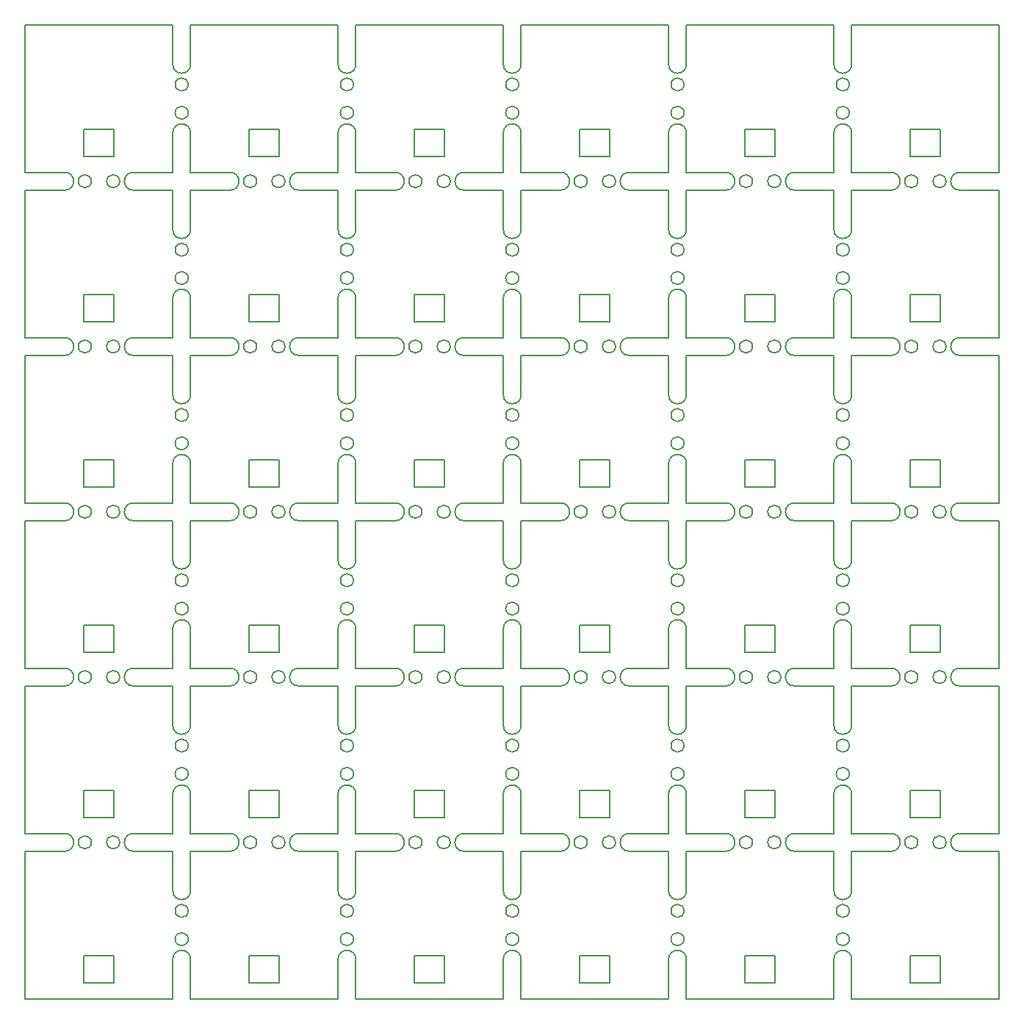
<source format=gbr>
%TF.GenerationSoftware,KiCad,Pcbnew,(5.99.0-2043-g129c16cf7)*%
%TF.CreationDate,2020-07-21T11:43:29+02:00*%
%TF.ProjectId,plate_6x6,706c6174-655f-4367-9836-2e6b69636164,rev?*%
%TF.SameCoordinates,Original*%
%TF.FileFunction,Profile,NP*%
%FSLAX46Y46*%
G04 Gerber Fmt 4.6, Leading zero omitted, Abs format (unit mm)*
G04 Created by KiCad (PCBNEW (5.99.0-2043-g129c16cf7)) date 2020-07-21 11:43:29*
%MOMM*%
%LPD*%
G01*
G04 APERTURE LIST*
%TA.AperFunction,Profile*%
%ADD10C,0.200000*%
%TD*%
G04 APERTURE END LIST*
D10*
X152615110Y-131055000D02*
G75*
G03*
X152615110Y-131055000I-750000J0D01*
G01*
X130298889Y-131055000D02*
G75*
G03*
X130298889Y-131055000I-750000J0D01*
G01*
X222482000Y-110980000D02*
G75*
G02*
X222482000Y-113030000I0J-1025000D01*
G01*
X192282000Y-113030000D02*
G75*
G02*
X192282000Y-110980000I0J1025000D01*
G01*
X228815110Y-92955000D02*
G75*
G03*
X228815110Y-92955000I-750000J0D01*
G01*
X146282000Y-110980000D02*
G75*
G02*
X146282000Y-113030000I0J-1025000D01*
G01*
X152615110Y-112005000D02*
G75*
G03*
X152615110Y-112005000I-750000J0D01*
G01*
X130298889Y-112005000D02*
G75*
G03*
X130298889Y-112005000I-750000J0D01*
G01*
X203432000Y-91930000D02*
G75*
G02*
X203432000Y-93980000I0J-1025000D01*
G01*
X154182000Y-113030000D02*
G75*
G02*
X154182000Y-110980000I0J1025000D01*
G01*
X149348889Y-112005000D02*
G75*
G03*
X149348889Y-112005000I-750000J0D01*
G01*
X127231999Y-130030000D02*
G75*
G02*
X127231999Y-132080000I0J-1025000D01*
G01*
X165332000Y-130030000D02*
G75*
G02*
X165332000Y-132080000I0J-1025000D01*
G01*
X133565110Y-131055000D02*
G75*
G03*
X133565110Y-131055000I-750000J0D01*
G01*
X135132000Y-132080000D02*
G75*
G02*
X135132000Y-130030000I0J1025000D01*
G01*
X190715110Y-112005000D02*
G75*
G03*
X190715110Y-112005000I-750000J0D01*
G01*
X222482000Y-91930000D02*
G75*
G02*
X222482000Y-93980000I0J-1025000D01*
G01*
X225548889Y-92955000D02*
G75*
G03*
X225548889Y-92955000I-750000J0D01*
G01*
X230382000Y-113030000D02*
G75*
G02*
X230382000Y-110980000I0J1025000D01*
G01*
X228815110Y-112005000D02*
G75*
G03*
X228815110Y-112005000I-750000J0D01*
G01*
X225548889Y-131055000D02*
G75*
G03*
X225548889Y-131055000I-750000J0D01*
G01*
X206498889Y-131055000D02*
G75*
G03*
X206498889Y-131055000I-750000J0D01*
G01*
X184382000Y-130030000D02*
G75*
G02*
X184382000Y-132080000I0J-1025000D01*
G01*
X206498889Y-112005000D02*
G75*
G03*
X206498889Y-112005000I-750000J0D01*
G01*
X206498889Y-92955000D02*
G75*
G03*
X206498889Y-92955000I-750000J0D01*
G01*
X171665110Y-131055000D02*
G75*
G03*
X171665110Y-131055000I-750000J0D01*
G01*
X230382000Y-93980000D02*
G75*
G02*
X230382000Y-91930000I0J1025000D01*
G01*
X225548889Y-112005000D02*
G75*
G03*
X225548889Y-112005000I-750000J0D01*
G01*
X168398889Y-131055000D02*
G75*
G03*
X168398889Y-131055000I-750000J0D01*
G01*
X146282000Y-130030000D02*
G75*
G02*
X146282000Y-132080000I0J-1025000D01*
G01*
X211332000Y-93980000D02*
G75*
G02*
X211332000Y-91930000I0J1025000D01*
G01*
X230382000Y-132080000D02*
G75*
G02*
X230382000Y-130030000I0J1025000D01*
G01*
X203432000Y-130030000D02*
G75*
G02*
X203432000Y-132080000I0J-1025000D01*
G01*
X190715110Y-131055000D02*
G75*
G03*
X190715110Y-131055000I-750000J0D01*
G01*
X187448889Y-112005000D02*
G75*
G03*
X187448889Y-112005000I-750000J0D01*
G01*
X211332000Y-113030000D02*
G75*
G02*
X211332000Y-110980000I0J1025000D01*
G01*
X173232000Y-113030000D02*
G75*
G02*
X173232000Y-110980000I0J1025000D01*
G01*
X171665110Y-112005000D02*
G75*
G03*
X171665110Y-112005000I-750000J0D01*
G01*
X209765110Y-92955000D02*
G75*
G03*
X209765110Y-92955000I-750000J0D01*
G01*
X154182000Y-132080000D02*
G75*
G02*
X154182000Y-130030000I0J1025000D01*
G01*
X184382000Y-110980000D02*
G75*
G02*
X184382000Y-113030000I0J-1025000D01*
G01*
X133565110Y-112005000D02*
G75*
G03*
X133565110Y-112005000I-750000J0D01*
G01*
X222482000Y-130030000D02*
G75*
G02*
X222482000Y-132080000I0J-1025000D01*
G01*
X211332000Y-132080000D02*
G75*
G02*
X211332000Y-130030000I0J1025000D01*
G01*
X127231999Y-110980000D02*
G75*
G02*
X127231999Y-113030000I0J-1025000D01*
G01*
X228815110Y-131055000D02*
G75*
G03*
X228815110Y-131055000I-750000J0D01*
G01*
X209765110Y-131055000D02*
G75*
G03*
X209765110Y-131055000I-750000J0D01*
G01*
X187448889Y-131055000D02*
G75*
G03*
X187448889Y-131055000I-750000J0D01*
G01*
X192282000Y-132080000D02*
G75*
G02*
X192282000Y-130030000I0J1025000D01*
G01*
X173232000Y-132080000D02*
G75*
G02*
X173232000Y-130030000I0J1025000D01*
G01*
X149348889Y-131055000D02*
G75*
G03*
X149348889Y-131055000I-750000J0D01*
G01*
X203432000Y-110980000D02*
G75*
G02*
X203432000Y-113030000I0J-1025000D01*
G01*
X135132000Y-113030000D02*
G75*
G02*
X135132000Y-110980000I0J1025000D01*
G01*
X165332000Y-110980000D02*
G75*
G02*
X165332000Y-113030000I0J-1025000D01*
G01*
X209765110Y-112005000D02*
G75*
G03*
X209765110Y-112005000I-750000J0D01*
G01*
X168398889Y-112005000D02*
G75*
G03*
X168398889Y-112005000I-750000J0D01*
G01*
X154182000Y-93980000D02*
G75*
G02*
X154182000Y-91930000I0J1025000D01*
G01*
X146282000Y-91930000D02*
G75*
G02*
X146282000Y-93980000I0J-1025000D01*
G01*
X135132000Y-74930000D02*
G75*
G02*
X135132000Y-72880000I0J1025000D01*
G01*
X187448889Y-92955000D02*
G75*
G03*
X187448889Y-92955000I-750000J0D01*
G01*
X192282000Y-55879998D02*
G75*
G02*
X192282000Y-53830000I0J1024999D01*
G01*
X171665110Y-54854999D02*
G75*
G03*
X171665110Y-54854999I-750000J0D01*
G01*
X211332000Y-74930000D02*
G75*
G02*
X211332000Y-72880000I0J1025000D01*
G01*
X209765110Y-54854999D02*
G75*
G03*
X209765110Y-54854999I-750000J0D01*
G01*
X192282000Y-93980000D02*
G75*
G02*
X192282000Y-91930000I0J1025000D01*
G01*
X190715110Y-92955000D02*
G75*
G03*
X190715110Y-92955000I-750000J0D01*
G01*
X165332000Y-91930000D02*
G75*
G02*
X165332000Y-93980000I0J-1025000D01*
G01*
X168398889Y-92955000D02*
G75*
G03*
X168398889Y-92955000I-750000J0D01*
G01*
X133565110Y-73905000D02*
G75*
G03*
X133565110Y-73905000I-750000J0D01*
G01*
X127231999Y-72880001D02*
G75*
G02*
X127231999Y-74929999I0J-1024999D01*
G01*
X146282000Y-72880001D02*
G75*
G02*
X146282000Y-74929999I0J-1024999D01*
G01*
X173232000Y-93980000D02*
G75*
G02*
X173232000Y-91930000I0J1025000D01*
G01*
X149348889Y-92955000D02*
G75*
G03*
X149348889Y-92955000I-750000J0D01*
G01*
X187448889Y-54854999D02*
G75*
G03*
X187448889Y-54854999I-750000J0D01*
G01*
X217657000Y-142213110D02*
G75*
G03*
X217657000Y-142213110I-750000J0D01*
G01*
X217657000Y-138946889D02*
G75*
G03*
X217657000Y-138946889I-750000J0D01*
G01*
X130298889Y-92955000D02*
G75*
G03*
X130298889Y-92955000I-750000J0D01*
G01*
X135132000Y-93980000D02*
G75*
G02*
X135132000Y-91930000I0J1025000D01*
G01*
X222482000Y-72880001D02*
G75*
G02*
X222482000Y-74929999I0J-1024999D01*
G01*
X230382000Y-74930000D02*
G75*
G02*
X230382000Y-72880000I0J1025000D01*
G01*
X228815110Y-73905000D02*
G75*
G03*
X228815110Y-73905000I-750000J0D01*
G01*
X203432000Y-72880001D02*
G75*
G02*
X203432000Y-74929999I0J-1024999D01*
G01*
X165332000Y-53829999D02*
G75*
G02*
X165332000Y-55879999I0J-1025000D01*
G01*
X184382000Y-72880001D02*
G75*
G02*
X184382000Y-74929999I0J-1024999D01*
G01*
X154182000Y-74930000D02*
G75*
G02*
X154182000Y-72880000I0J1025000D01*
G01*
X203432000Y-53829999D02*
G75*
G02*
X203432000Y-55879999I0J-1025000D01*
G01*
X168398889Y-54854999D02*
G75*
G03*
X168398889Y-54854999I-750000J0D01*
G01*
X228815110Y-54854999D02*
G75*
G03*
X228815110Y-54854999I-750000J0D01*
G01*
X206498889Y-54854999D02*
G75*
G03*
X206498889Y-54854999I-750000J0D01*
G01*
X211332000Y-55879998D02*
G75*
G02*
X211332000Y-53830000I0J1024999D01*
G01*
X165332000Y-72880001D02*
G75*
G02*
X165332000Y-74929999I0J-1024999D01*
G01*
X171665110Y-73905000D02*
G75*
G03*
X171665110Y-73905000I-750000J0D01*
G01*
X149348889Y-73905000D02*
G75*
G03*
X149348889Y-73905000I-750000J0D01*
G01*
X190715110Y-54854999D02*
G75*
G03*
X190715110Y-54854999I-750000J0D01*
G01*
X206498889Y-73905000D02*
G75*
G03*
X206498889Y-73905000I-750000J0D01*
G01*
X173232000Y-74930000D02*
G75*
G02*
X173232000Y-72880000I0J1025000D01*
G01*
X146282000Y-53829999D02*
G75*
G02*
X146282000Y-55879999I0J-1025000D01*
G01*
X225548889Y-54854999D02*
G75*
G03*
X225548889Y-54854999I-750000J0D01*
G01*
X152615110Y-54854999D02*
G75*
G03*
X152615110Y-54854999I-750000J0D01*
G01*
X168398889Y-73905000D02*
G75*
G03*
X168398889Y-73905000I-750000J0D01*
G01*
X152615110Y-73905000D02*
G75*
G03*
X152615110Y-73905000I-750000J0D01*
G01*
X192282000Y-74930000D02*
G75*
G02*
X192282000Y-72880000I0J1025000D01*
G01*
X184382000Y-53829999D02*
G75*
G02*
X184382000Y-55879999I0J-1025000D01*
G01*
X217932000Y-136630000D02*
G75*
G02*
X215882000Y-136630000I-1025000J0D01*
G01*
X130298889Y-73905000D02*
G75*
G03*
X130298889Y-73905000I-750000J0D01*
G01*
X152615110Y-92955000D02*
G75*
G03*
X152615110Y-92955000I-750000J0D01*
G01*
X154182000Y-55879998D02*
G75*
G02*
X154182000Y-53830000I0J1024999D01*
G01*
X187448889Y-73905000D02*
G75*
G03*
X187448889Y-73905000I-750000J0D01*
G01*
X133565110Y-92955000D02*
G75*
G03*
X133565110Y-92955000I-750000J0D01*
G01*
X225548889Y-73905000D02*
G75*
G03*
X225548889Y-73905000I-750000J0D01*
G01*
X149348889Y-54854999D02*
G75*
G03*
X149348889Y-54854999I-750000J0D01*
G01*
X173232000Y-55879998D02*
G75*
G02*
X173232000Y-53830000I0J1024999D01*
G01*
X230382000Y-55879998D02*
G75*
G02*
X230382000Y-53830000I0J1024999D01*
G01*
X215882000Y-144530000D02*
G75*
G02*
X217932000Y-144530000I1025000J0D01*
G01*
X190715110Y-73905000D02*
G75*
G03*
X190715110Y-73905000I-750000J0D01*
G01*
X222482000Y-53829999D02*
G75*
G02*
X222482000Y-55879999I0J-1025000D01*
G01*
X209765110Y-73905000D02*
G75*
G03*
X209765110Y-73905000I-750000J0D01*
G01*
X184382000Y-91930000D02*
G75*
G02*
X184382000Y-93980000I0J-1025000D01*
G01*
X127231999Y-91930000D02*
G75*
G02*
X127231999Y-93980000I0J-1025000D01*
G01*
X171665110Y-92955000D02*
G75*
G03*
X171665110Y-92955000I-750000J0D01*
G01*
X158732000Y-106430000D02*
G75*
G02*
X160782000Y-106430000I1025000J0D01*
G01*
X217657000Y-81796889D02*
G75*
G03*
X217657000Y-81796889I-750000J0D01*
G01*
X179557000Y-142213110D02*
G75*
G03*
X179557000Y-142213110I-750000J0D01*
G01*
X160782000Y-136630000D02*
G75*
G02*
X158732000Y-136630000I-1025000J0D01*
G01*
X198607000Y-119896889D02*
G75*
G03*
X198607000Y-119896889I-750000J0D01*
G01*
X215882000Y-106430000D02*
G75*
G02*
X217932000Y-106430000I1025000J0D01*
G01*
X198607000Y-104113110D02*
G75*
G03*
X198607000Y-104113110I-750000J0D01*
G01*
X217932000Y-98530000D02*
G75*
G02*
X215882000Y-98530000I-1025000J0D01*
G01*
X179832000Y-98530000D02*
G75*
G02*
X177782000Y-98530000I-1025000J0D01*
G01*
X160507000Y-138946889D02*
G75*
G03*
X160507000Y-138946889I-750000J0D01*
G01*
X141457000Y-138946889D02*
G75*
G03*
X141457000Y-138946889I-750000J0D01*
G01*
X141732000Y-136630000D02*
G75*
G02*
X139682000Y-136630000I-1025000J0D01*
G01*
X179557000Y-123163110D02*
G75*
G03*
X179557000Y-123163110I-750000J0D01*
G01*
X160782000Y-117580000D02*
G75*
G02*
X158732000Y-117580000I-1025000J0D01*
G01*
X141732000Y-117580000D02*
G75*
G02*
X139682000Y-117580000I-1025000J0D01*
G01*
X217657000Y-104113110D02*
G75*
G03*
X217657000Y-104113110I-750000J0D01*
G01*
X196832000Y-125480000D02*
G75*
G02*
X198882000Y-125480000I1025000J0D01*
G01*
X217657000Y-100846889D02*
G75*
G03*
X217657000Y-100846889I-750000J0D01*
G01*
X196832000Y-144530000D02*
G75*
G02*
X198882000Y-144530000I1025000J0D01*
G01*
X179832000Y-136630000D02*
G75*
G02*
X177782000Y-136630000I-1025000J0D01*
G01*
X141457000Y-142213110D02*
G75*
G03*
X141457000Y-142213110I-750000J0D01*
G01*
X198607000Y-100846889D02*
G75*
G03*
X198607000Y-100846889I-750000J0D01*
G01*
X141457000Y-123163110D02*
G75*
G03*
X141457000Y-123163110I-750000J0D01*
G01*
X198882000Y-117580000D02*
G75*
G02*
X196832000Y-117580000I-1025000J0D01*
G01*
X217657000Y-85063110D02*
G75*
G03*
X217657000Y-85063110I-750000J0D01*
G01*
X141457000Y-104113110D02*
G75*
G03*
X141457000Y-104113110I-750000J0D01*
G01*
X196832000Y-87380000D02*
G75*
G02*
X198882000Y-87380000I1025000J0D01*
G01*
X198607000Y-81796889D02*
G75*
G03*
X198607000Y-81796889I-750000J0D01*
G01*
X198607000Y-123163110D02*
G75*
G03*
X198607000Y-123163110I-750000J0D01*
G01*
X217657000Y-119896889D02*
G75*
G03*
X217657000Y-119896889I-750000J0D01*
G01*
X160507000Y-142213110D02*
G75*
G03*
X160507000Y-142213110I-750000J0D01*
G01*
X215882000Y-125480000D02*
G75*
G02*
X217932000Y-125480000I1025000J0D01*
G01*
X177782000Y-106430000D02*
G75*
G02*
X179832000Y-106430000I1025000J0D01*
G01*
X179557000Y-104113110D02*
G75*
G03*
X179557000Y-104113110I-750000J0D01*
G01*
X198607000Y-142213110D02*
G75*
G03*
X198607000Y-142213110I-750000J0D01*
G01*
X139682000Y-125480000D02*
G75*
G02*
X141732000Y-125480000I1025000J0D01*
G01*
X196832000Y-106430000D02*
G75*
G02*
X198882000Y-106430000I1025000J0D01*
G01*
X198607000Y-138946889D02*
G75*
G03*
X198607000Y-138946889I-750000J0D01*
G01*
X217932000Y-117580000D02*
G75*
G02*
X215882000Y-117580000I-1025000J0D01*
G01*
X217657000Y-123163110D02*
G75*
G03*
X217657000Y-123163110I-750000J0D01*
G01*
X198882000Y-136630000D02*
G75*
G02*
X196832000Y-136630000I-1025000J0D01*
G01*
X158732000Y-144530000D02*
G75*
G02*
X160782000Y-144530000I1025000J0D01*
G01*
X160507000Y-119896889D02*
G75*
G03*
X160507000Y-119896889I-750000J0D01*
G01*
X141457000Y-119896889D02*
G75*
G03*
X141457000Y-119896889I-750000J0D01*
G01*
X158732000Y-125480000D02*
G75*
G02*
X160782000Y-125480000I1025000J0D01*
G01*
X179557000Y-138946889D02*
G75*
G03*
X179557000Y-138946889I-750000J0D01*
G01*
X177782000Y-144530000D02*
G75*
G02*
X179832000Y-144530000I1025000J0D01*
G01*
X179557000Y-119896889D02*
G75*
G03*
X179557000Y-119896889I-750000J0D01*
G01*
X217932000Y-79480000D02*
G75*
G02*
X215882000Y-79480000I-1025000J0D01*
G01*
X139682000Y-144530000D02*
G75*
G02*
X141732000Y-144530000I1025000J0D01*
G01*
X179832000Y-117580000D02*
G75*
G02*
X177782000Y-117580000I-1025000J0D01*
G01*
X160507000Y-100846889D02*
G75*
G03*
X160507000Y-100846889I-750000J0D01*
G01*
X198882000Y-98530000D02*
G75*
G02*
X196832000Y-98530000I-1025000J0D01*
G01*
X179557000Y-100846889D02*
G75*
G03*
X179557000Y-100846889I-750000J0D01*
G01*
X160507000Y-104113110D02*
G75*
G03*
X160507000Y-104113110I-750000J0D01*
G01*
X160782000Y-98530000D02*
G75*
G02*
X158732000Y-98530000I-1025000J0D01*
G01*
X198882000Y-79480000D02*
G75*
G02*
X196832000Y-79480000I-1025000J0D01*
G01*
X139682000Y-106430000D02*
G75*
G02*
X141732000Y-106430000I1025000J0D01*
G01*
X141457000Y-100846889D02*
G75*
G03*
X141457000Y-100846889I-750000J0D01*
G01*
X198607000Y-85063110D02*
G75*
G03*
X198607000Y-85063110I-750000J0D01*
G01*
X141732000Y-98530000D02*
G75*
G02*
X139682000Y-98530000I-1025000J0D01*
G01*
X215882000Y-87380000D02*
G75*
G02*
X217932000Y-87380000I1025000J0D01*
G01*
X177782000Y-125480000D02*
G75*
G02*
X179832000Y-125480000I1025000J0D01*
G01*
X160507000Y-123163110D02*
G75*
G03*
X160507000Y-123163110I-750000J0D01*
G01*
X177782000Y-87380000D02*
G75*
G02*
X179832000Y-87380000I1025000J0D01*
G01*
X179557000Y-85063110D02*
G75*
G03*
X179557000Y-85063110I-750000J0D01*
G01*
X179557000Y-81796889D02*
G75*
G03*
X179557000Y-81796889I-750000J0D01*
G01*
X160507000Y-81796889D02*
G75*
G03*
X160507000Y-81796889I-750000J0D01*
G01*
X179832000Y-79480000D02*
G75*
G02*
X177782000Y-79480000I-1025000J0D01*
G01*
X158732000Y-87380000D02*
G75*
G02*
X160782000Y-87380000I1025000J0D01*
G01*
X133565110Y-54854999D02*
G75*
G03*
X133565110Y-54854999I-750000J0D01*
G01*
X217932000Y-136630000D02*
X217932000Y-132080000D01*
X141457000Y-85063110D02*
G75*
G03*
X141457000Y-85063110I-750000J0D01*
G01*
X127231999Y-53829999D02*
G75*
G02*
X127231999Y-55879999I0J-1025000D01*
G01*
X160507000Y-85063110D02*
G75*
G03*
X160507000Y-85063110I-750000J0D01*
G01*
X217657000Y-46963111D02*
G75*
G03*
X217657000Y-46963111I-750000J0D01*
G01*
X215882000Y-68330000D02*
G75*
G02*
X217932000Y-68330000I1025000J0D01*
G01*
X141457000Y-66013110D02*
G75*
G03*
X141457000Y-66013110I-750000J0D01*
G01*
X177782000Y-49280000D02*
G75*
G02*
X179832000Y-49280000I1025000J0D01*
G01*
X160782000Y-79480000D02*
G75*
G02*
X158732000Y-79480000I-1025000J0D01*
G01*
X177782000Y-68330000D02*
G75*
G02*
X179832000Y-68330000I1025000J0D01*
G01*
X158732000Y-68330000D02*
G75*
G02*
X160782000Y-68330000I1025000J0D01*
G01*
X217657000Y-43696890D02*
G75*
G03*
X217657000Y-43696890I-750000J0D01*
G01*
X135132000Y-55879998D02*
G75*
G02*
X135132000Y-53830000I0J1024999D01*
G01*
X203432000Y-149080000D02*
X198882000Y-149080000D01*
X198882000Y-144530000D02*
X198882000Y-149080000D01*
X198882000Y-41380000D02*
G75*
G02*
X196832000Y-41380000I-1025000J0D01*
G01*
X139682000Y-87380000D02*
G75*
G02*
X141732000Y-87380000I1025000J0D01*
G01*
X217932000Y-60430000D02*
G75*
G02*
X215882000Y-60430000I-1025000J0D01*
G01*
X141732000Y-79480000D02*
G75*
G02*
X139682000Y-79480000I-1025000J0D01*
G01*
X198607000Y-66013110D02*
G75*
G03*
X198607000Y-66013110I-750000J0D01*
G01*
X198607000Y-62746889D02*
G75*
G03*
X198607000Y-62746889I-750000J0D01*
G01*
X230382000Y-149080000D02*
X234932000Y-149080000D01*
X160507000Y-66013110D02*
G75*
G03*
X160507000Y-66013110I-750000J0D01*
G01*
X179832000Y-60430000D02*
G75*
G02*
X177782000Y-60430000I-1025000J0D01*
G01*
X160507000Y-46963111D02*
G75*
G03*
X160507000Y-46963111I-750000J0D01*
G01*
X222482000Y-149080000D02*
X217932000Y-149080000D01*
X158732000Y-49280000D02*
G75*
G02*
X160782000Y-49280000I1025000J0D01*
G01*
X160507000Y-43696890D02*
G75*
G03*
X160507000Y-43696890I-750000J0D01*
G01*
X160782000Y-41380000D02*
G75*
G02*
X158732000Y-41380000I-1025000J0D01*
G01*
X196832000Y-68330000D02*
G75*
G02*
X198882000Y-68330000I1025000J0D01*
G01*
X179557000Y-66013110D02*
G75*
G03*
X179557000Y-66013110I-750000J0D01*
G01*
X160782000Y-60430000D02*
G75*
G02*
X158732000Y-60430000I-1025000J0D01*
G01*
X234932000Y-144530000D02*
X234932000Y-149080000D01*
X215882000Y-49280000D02*
G75*
G02*
X217932000Y-49280000I1025000J0D01*
G01*
X198607000Y-46963111D02*
G75*
G03*
X198607000Y-46963111I-750000J0D01*
G01*
X222482000Y-132080000D02*
X217932000Y-132080000D01*
X179557000Y-43696890D02*
G75*
G03*
X179557000Y-43696890I-750000J0D01*
G01*
X215882000Y-144530000D02*
X215882000Y-149080000D01*
X198607000Y-43696890D02*
G75*
G03*
X198607000Y-43696890I-750000J0D01*
G01*
X141732000Y-60430000D02*
G75*
G02*
X139682000Y-60430000I-1025000J0D01*
G01*
X160507000Y-62746889D02*
G75*
G03*
X160507000Y-62746889I-750000J0D01*
G01*
X130298889Y-54854999D02*
G75*
G03*
X130298889Y-54854999I-750000J0D01*
G01*
X198882000Y-136630000D02*
X198882000Y-132080000D01*
X217657000Y-62746889D02*
G75*
G03*
X217657000Y-62746889I-750000J0D01*
G01*
X179557000Y-62746889D02*
G75*
G03*
X179557000Y-62746889I-750000J0D01*
G01*
X230382000Y-132080000D02*
X234932000Y-132080000D01*
X141457000Y-81796889D02*
G75*
G03*
X141457000Y-81796889I-750000J0D01*
G01*
X217657000Y-66013110D02*
G75*
G03*
X217657000Y-66013110I-750000J0D01*
G01*
X198882000Y-60430000D02*
G75*
G02*
X196832000Y-60430000I-1025000J0D01*
G01*
X234932000Y-136630000D02*
X234932000Y-132080000D01*
X217932000Y-144530000D02*
X217932000Y-149080000D01*
X179832000Y-41380000D02*
G75*
G02*
X177782000Y-41380000I-1025000J0D01*
G01*
X211332000Y-149080000D02*
X215882000Y-149080000D01*
X139682000Y-68330000D02*
G75*
G02*
X141732000Y-68330000I1025000J0D01*
G01*
X179557000Y-46963111D02*
G75*
G03*
X179557000Y-46963111I-750000J0D01*
G01*
X141457000Y-62746889D02*
G75*
G03*
X141457000Y-62746889I-750000J0D01*
G01*
X217932000Y-41380000D02*
G75*
G02*
X215882000Y-41380000I-1025000J0D01*
G01*
X203432000Y-132080000D02*
X198882000Y-132080000D01*
X196832000Y-49280000D02*
G75*
G02*
X198882000Y-49280000I1025000J0D01*
G01*
X146281999Y-132080000D02*
X141731999Y-132080000D01*
X127231999Y-149080000D02*
X122682000Y-149080000D01*
X215882000Y-117580000D02*
X215882000Y-113030000D01*
X141732000Y-144530000D02*
X141732000Y-149080000D01*
X198882000Y-117580000D02*
X198882000Y-113030000D01*
X203432000Y-113030000D02*
X198882000Y-113030000D01*
X184382000Y-113030000D02*
X179832000Y-113030000D01*
X177782000Y-125480000D02*
X177782000Y-130030000D01*
X158732000Y-136630000D02*
X158732000Y-132080000D01*
X122682000Y-136630000D02*
X122682000Y-132080000D01*
X222482000Y-113030000D02*
X217932000Y-113030000D01*
X215882000Y-125480000D02*
X215882000Y-130030000D01*
X203432000Y-130030000D02*
X198882000Y-130030000D01*
X198882000Y-125480000D02*
X198882000Y-130030000D01*
X179832000Y-125480000D02*
X179832000Y-130030000D01*
X196832000Y-117580000D02*
X196832000Y-113030000D01*
X173232000Y-130030000D02*
X177782000Y-130030000D01*
X165332000Y-149080000D02*
X160782000Y-149080000D01*
X217932000Y-125480000D02*
X217932000Y-130030000D01*
X165332000Y-130030000D02*
X160782000Y-130030000D01*
X139682000Y-136630000D02*
X139681999Y-132080000D01*
X222482000Y-130030000D02*
X217932000Y-130030000D01*
X211332000Y-130030000D02*
X215882000Y-130030000D01*
X146282000Y-149080000D02*
X141732000Y-149080000D01*
X141732000Y-136630000D02*
X141732000Y-132080000D01*
X135132000Y-132080000D02*
X139682000Y-132080000D01*
X234932000Y-117580000D02*
X234932000Y-113030000D01*
X196832000Y-125480000D02*
X196832000Y-130030000D01*
X165332000Y-113030000D02*
X160782000Y-113030000D01*
X173232000Y-132080000D02*
X177782000Y-132080000D01*
X165332000Y-132080000D02*
X160782000Y-132080000D01*
X217932000Y-117580000D02*
X217932000Y-113030000D01*
X234932000Y-125480000D02*
X234932000Y-130030000D01*
X179832000Y-117580000D02*
X179832000Y-113030000D01*
X215882000Y-136630000D02*
X215882000Y-132080000D01*
X179832000Y-144530000D02*
X179832000Y-149080000D01*
X127231999Y-132080000D02*
X122682000Y-132080000D01*
X184382000Y-132080000D02*
X179832000Y-132080000D01*
X158732000Y-144530000D02*
X158732000Y-149080000D01*
X177782000Y-136630000D02*
X177782000Y-132080000D01*
X122682000Y-144530000D02*
X122682000Y-149080000D01*
X160782000Y-117580000D02*
X160782000Y-113030000D01*
X230382000Y-130030000D02*
X234932000Y-130030000D01*
X160782000Y-125480000D02*
X160782000Y-130030000D01*
X135132000Y-149080000D02*
X139682000Y-149080000D01*
X192282000Y-130030000D02*
X196832000Y-130030000D01*
X211332000Y-132080000D02*
X215882000Y-132080000D01*
X154182000Y-132080000D02*
X158732000Y-132080000D01*
X211332000Y-113030000D02*
X215882000Y-113030000D01*
X196832000Y-144530000D02*
X196832000Y-149080000D01*
X192282000Y-149080000D02*
X196832000Y-149080000D01*
X184382000Y-149080000D02*
X179832000Y-149080000D01*
X192282000Y-113030000D02*
X196832000Y-113030000D01*
X179832000Y-136630000D02*
X179832000Y-132080000D01*
X196832000Y-136630000D02*
X196832000Y-132080000D01*
X192282000Y-132080000D02*
X196832000Y-132080000D01*
X139682000Y-144530000D02*
X139682000Y-149080000D01*
X230382000Y-113030000D02*
X234932000Y-113030000D01*
X177782000Y-144530000D02*
X177782000Y-149080000D01*
X173232000Y-149080000D02*
X177782000Y-149080000D01*
X184382000Y-130030000D02*
X179832000Y-130030000D01*
X160782000Y-144530000D02*
X160782000Y-149080000D01*
X160782000Y-136630000D02*
X160782000Y-132080000D01*
X154182000Y-149080000D02*
X158732000Y-149080000D01*
X177782000Y-117580000D02*
X177782000Y-113030000D01*
X141732000Y-125480000D02*
X141732000Y-130030000D01*
X158732000Y-117580000D02*
X158732000Y-113030000D01*
X135132000Y-130030000D02*
X139682000Y-130030000D01*
X215882000Y-98530000D02*
X215882000Y-93980000D01*
X146282000Y-110980000D02*
X141732000Y-110980000D01*
X139682000Y-106430000D02*
X139682000Y-110980000D01*
X122682000Y-106430000D02*
X122682000Y-110980000D01*
X127231999Y-93980000D02*
X122682000Y-93980000D01*
X127231999Y-110980000D02*
X122682000Y-110980000D01*
X135132000Y-110980000D02*
X139682000Y-110980000D01*
X203432000Y-110980000D02*
X198882000Y-110980000D01*
X177782000Y-98530000D02*
X177782000Y-93980000D01*
X173232000Y-113030000D02*
X177782000Y-113030000D01*
X230382000Y-110980000D02*
X234932000Y-110980000D01*
X222482000Y-93980000D02*
X217932000Y-93980000D01*
X211332000Y-93980000D02*
X215882000Y-93980000D01*
X184382000Y-93980000D02*
X179832000Y-93980000D01*
X141732000Y-106430000D02*
X141732000Y-110980000D01*
X173232000Y-110980000D02*
X177782000Y-110980000D01*
X154182000Y-130030000D02*
X158732000Y-130030000D01*
X139682000Y-125480000D02*
X139682000Y-130030000D01*
X122682000Y-117580000D02*
X122682000Y-113030000D01*
X139682000Y-117580000D02*
X139681999Y-113030000D01*
X135132000Y-113030000D02*
X139682000Y-113030000D01*
X184382000Y-110980000D02*
X179832000Y-110980000D01*
X234932000Y-98530000D02*
X234932000Y-93980000D01*
X165332000Y-110980000D02*
X160782000Y-110980000D01*
X217932000Y-98530000D02*
X217932000Y-93980000D01*
X177782000Y-106430000D02*
X177782000Y-110980000D01*
X179832000Y-106430000D02*
X179832000Y-110980000D01*
X158732000Y-125480000D02*
X158732000Y-130030000D01*
X146282000Y-130030000D02*
X141732000Y-130030000D01*
X127231999Y-113030000D02*
X122682000Y-113030000D01*
X222482000Y-110980000D02*
X217932000Y-110980000D01*
X215882000Y-106430000D02*
X215882000Y-110980000D01*
X203432000Y-93980000D02*
X198882000Y-93980000D01*
X196832000Y-98530000D02*
X196832000Y-93980000D01*
X154182000Y-110980000D02*
X158732000Y-110980000D01*
X160782000Y-98530000D02*
X160782000Y-93980000D01*
X158732000Y-98530000D02*
X158732000Y-93980000D01*
X154182000Y-93980000D02*
X158732000Y-93980000D01*
X230382000Y-93980000D02*
X234932000Y-93980000D01*
X198882000Y-98530000D02*
X198882000Y-93980000D01*
X158732000Y-106430000D02*
X158732000Y-110980000D01*
X160782000Y-106430000D02*
X160782000Y-110980000D01*
X141732000Y-117580000D02*
X141732000Y-113030000D01*
X146281999Y-113030000D02*
X141731999Y-113030000D01*
X122682000Y-125480000D02*
X122682000Y-130030000D01*
X217932000Y-106430000D02*
X217932000Y-110980000D01*
X192282000Y-93980000D02*
X196832000Y-93980000D01*
X154182000Y-113030000D02*
X158732000Y-113030000D01*
X122682000Y-98530000D02*
X122682000Y-93980000D01*
X127231999Y-130030000D02*
X122682000Y-130030000D01*
X234932000Y-106430000D02*
X234932000Y-110980000D01*
X211332000Y-110980000D02*
X215882000Y-110980000D01*
X198882000Y-106430000D02*
X198882000Y-110980000D01*
X196832000Y-106430000D02*
X196832000Y-110980000D01*
X192282000Y-110980000D02*
X196832000Y-110980000D01*
X179832000Y-98530000D02*
X179832000Y-93980000D01*
X165332000Y-93980000D02*
X160782000Y-93980000D01*
X141732000Y-98530000D02*
X141732000Y-93980000D01*
X173232000Y-93980000D02*
X177782000Y-93980000D01*
X146281999Y-93980000D02*
X141731999Y-93980000D01*
X135132000Y-93980000D02*
X139682000Y-93980000D01*
X139682000Y-98530000D02*
X139681999Y-93980000D01*
X139682000Y-87380000D02*
X139682000Y-91930000D01*
X127231999Y-74930000D02*
X122682000Y-74930000D01*
X184382000Y-74930000D02*
X179832000Y-74930000D01*
X160782000Y-87380000D02*
X160782000Y-91930000D01*
X158732000Y-79480000D02*
X158732000Y-74930000D01*
X217932000Y-60430000D02*
X217932000Y-55880000D01*
X211332000Y-72880000D02*
X215882000Y-72880000D01*
X230382000Y-55879999D02*
X234932000Y-55879999D01*
X211332000Y-55879999D02*
X215882000Y-55879999D01*
X179832000Y-79480000D02*
X179832000Y-74930000D01*
X165332000Y-91930000D02*
X160782000Y-91930000D01*
X177782000Y-79480000D02*
X177782000Y-74930000D01*
X135132000Y-91930000D02*
X139682000Y-91930000D01*
X173232000Y-74930000D02*
X177782000Y-74930000D01*
X217932000Y-68330000D02*
X217932000Y-72880000D01*
X222482000Y-55880000D02*
X217932000Y-55880000D01*
X141732000Y-79480000D02*
X141732000Y-74930000D01*
X234932000Y-60430000D02*
X234932000Y-55880000D01*
X215882000Y-79480000D02*
X215882000Y-74930000D01*
X234932000Y-68330000D02*
X234932000Y-72880000D01*
X217932000Y-79480000D02*
X217932000Y-74930000D01*
X203432000Y-72880000D02*
X198882000Y-72880000D01*
X192282000Y-74930000D02*
X196832000Y-74930000D01*
X222482000Y-74930000D02*
X217932000Y-74930000D01*
X173232000Y-91930000D02*
X177782000Y-91930000D01*
X154182000Y-74930000D02*
X158732000Y-74930000D01*
X165332000Y-74930000D02*
X160782000Y-74930000D01*
X158732000Y-87380000D02*
X158732000Y-91930000D01*
X146281999Y-74930000D02*
X141731999Y-74930000D01*
X146282000Y-91930000D02*
X141732000Y-91930000D01*
X135132000Y-74930000D02*
X139682000Y-74930000D01*
X230382000Y-72880000D02*
X234932000Y-72880000D01*
X198882000Y-60430000D02*
X198882000Y-55880000D01*
X203432000Y-55880000D02*
X198882000Y-55880000D01*
X234932000Y-87380000D02*
X234932000Y-91930000D01*
X230382000Y-91930000D02*
X234932000Y-91930000D01*
X215882000Y-68330000D02*
X215882000Y-72880000D01*
X217932000Y-87380000D02*
X217932000Y-91930000D01*
X141732000Y-87380000D02*
X141732000Y-91930000D01*
X154182000Y-91930000D02*
X158732000Y-91930000D01*
X215882000Y-87380000D02*
X215882000Y-91930000D01*
X177782000Y-87380000D02*
X177782000Y-91930000D01*
X198882000Y-87380000D02*
X198882000Y-91930000D01*
X222482000Y-72880000D02*
X217932000Y-72880000D01*
X122682000Y-79480000D02*
X122682000Y-74930000D01*
X196832000Y-79480000D02*
X196832000Y-74930000D01*
X211332000Y-74930000D02*
X215882000Y-74930000D01*
X127231999Y-91930000D02*
X122682000Y-91930000D01*
X139682000Y-79480000D02*
X139681999Y-74930000D01*
X234932000Y-79480000D02*
X234932000Y-74930000D01*
X203432000Y-91930000D02*
X198882000Y-91930000D01*
X184382000Y-91930000D02*
X179832000Y-91930000D01*
X179832000Y-87380000D02*
X179832000Y-91930000D01*
X198882000Y-68330000D02*
X198882000Y-72880000D01*
X211332000Y-91930000D02*
X215882000Y-91930000D01*
X198882000Y-79480000D02*
X198882000Y-74930000D01*
X215882000Y-60430000D02*
X215882000Y-55880000D01*
X122682000Y-87380000D02*
X122682000Y-91930000D01*
X222482000Y-91930000D02*
X217932000Y-91930000D01*
X230382000Y-74930000D02*
X234932000Y-74930000D01*
X160782000Y-79480000D02*
X160782000Y-74930000D01*
X203432000Y-74930000D02*
X198882000Y-74930000D01*
X196832000Y-87380000D02*
X196832000Y-91930000D01*
X192282000Y-91930000D02*
X196832000Y-91930000D01*
X173232000Y-36830000D02*
X177782000Y-36830000D01*
X165332000Y-72880000D02*
X160782000Y-72880000D01*
X177782000Y-60430000D02*
X177782000Y-55880000D01*
X198882000Y-41380000D02*
X198882000Y-36830000D01*
X184382000Y-53830000D02*
X179832000Y-53830000D01*
X146282000Y-72880000D02*
X141732000Y-72880000D01*
X165332000Y-36830000D02*
X160782000Y-36830001D01*
X184382000Y-55880000D02*
X179832000Y-55880000D01*
X139682000Y-68330000D02*
X139682000Y-72880000D01*
X215882000Y-49280000D02*
X215882000Y-53830000D01*
X135132000Y-72880000D02*
X139682000Y-72880000D01*
X122682000Y-68330000D02*
X122682000Y-72880000D01*
X192282000Y-53830000D02*
X196832000Y-53830000D01*
X198882000Y-49280001D02*
X198882000Y-53830000D01*
X184382000Y-36830000D02*
X179832000Y-36830001D01*
X196832000Y-41380000D02*
X196832000Y-36830000D01*
X160782000Y-49280001D02*
X160782000Y-53830000D01*
X173232000Y-72880000D02*
X177782000Y-72880000D01*
X217932000Y-41380000D02*
X217932000Y-36830000D01*
X222482000Y-36830000D02*
X217932000Y-36830001D01*
X160782000Y-60430000D02*
X160782000Y-55880000D01*
X141732000Y-60430000D02*
X141732000Y-55880000D01*
X215882000Y-41380000D02*
X215882000Y-36830000D01*
X154182000Y-55879999D02*
X158732000Y-55879999D01*
X122682000Y-60430000D02*
X122682000Y-55880000D01*
X177782000Y-41380000D02*
X177782000Y-36830000D01*
X139682000Y-60430000D02*
X139681999Y-55880000D01*
X179832000Y-41380000D02*
X179832000Y-36830000D01*
X160782000Y-41380000D02*
X160782000Y-36830000D01*
X173232000Y-53830000D02*
X177782000Y-53830000D01*
X135132000Y-55879999D02*
X139682000Y-55879999D01*
X196832000Y-68330000D02*
X196832000Y-72880000D01*
X192282000Y-36830000D02*
X196832000Y-36830000D01*
X196832000Y-49280000D02*
X196832000Y-53830000D01*
X192282000Y-72880000D02*
X196832000Y-72880000D01*
X184382000Y-72880000D02*
X179832000Y-72880000D01*
X179832000Y-68330000D02*
X179832000Y-72880000D01*
X141732000Y-68330000D02*
X141732000Y-72880000D01*
X165332000Y-53830000D02*
X160782000Y-53830000D01*
X177782000Y-49280000D02*
X177782000Y-53830000D01*
X127231999Y-72880000D02*
X122682000Y-72880000D01*
X211332000Y-36830000D02*
X215882000Y-36830000D01*
X222482000Y-53830000D02*
X217932000Y-53830000D01*
X160782000Y-68330000D02*
X160782000Y-72880000D01*
X173232000Y-55879999D02*
X177782000Y-55879999D01*
X203432000Y-36830000D02*
X198882000Y-36830001D01*
X158732000Y-68330000D02*
X158732000Y-72880000D01*
X234932000Y-41380000D02*
X234932000Y-36830000D01*
X154182000Y-72880000D02*
X158732000Y-72880000D01*
X146281999Y-55880000D02*
X141731999Y-55880000D01*
X230382000Y-53830000D02*
X234932000Y-53830000D01*
X211332000Y-53830000D02*
X215882000Y-53830000D01*
X179832000Y-60430000D02*
X179832000Y-55880000D01*
X203432000Y-53830000D02*
X198882000Y-53830000D01*
X196832000Y-60430000D02*
X196832000Y-55880000D01*
X192282000Y-55879999D02*
X196832000Y-55879999D01*
X177782000Y-68330000D02*
X177782000Y-72880000D01*
X217932000Y-49280001D02*
X217932000Y-53830000D01*
X165332000Y-55880000D02*
X160782000Y-55880000D01*
X158732000Y-60430000D02*
X158732000Y-55880000D01*
X179832000Y-49280001D02*
X179832000Y-53830000D01*
X234932000Y-49280000D02*
X234932000Y-53830000D01*
X230382000Y-36830000D02*
X234932000Y-36830000D01*
X127231999Y-55880000D02*
X122682000Y-55880000D01*
X148436635Y-147231120D02*
X151951635Y-147231120D01*
X122682000Y-49280001D02*
X122682000Y-53830000D01*
X139682000Y-41380000D02*
X139681999Y-36830000D01*
X141457000Y-43696890D02*
G75*
G03*
X141457000Y-43696890I-750000J0D01*
G01*
X228151635Y-144136120D02*
X224636635Y-144136120D01*
X205586635Y-144136120D02*
X205586635Y-147231120D01*
X132901635Y-147231120D02*
X132901635Y-144136120D01*
X141457000Y-46963111D02*
G75*
G03*
X141457000Y-46963111I-750000J0D01*
G01*
X135132000Y-36830000D02*
X139682000Y-36830000D01*
X228151635Y-147231120D02*
X228151635Y-144136120D01*
X132901635Y-144136120D02*
X129386635Y-144136120D01*
X127231999Y-36830000D02*
X122682000Y-36830001D01*
X224636635Y-147231120D02*
X228151635Y-147231120D01*
X209101635Y-147231120D02*
X209101635Y-144136120D01*
X209101635Y-144136120D02*
X205586635Y-144136120D01*
X209101635Y-125086120D02*
X205586635Y-125086120D01*
X190051635Y-147231120D02*
X190051635Y-144136120D01*
X190051635Y-125086120D02*
X186536635Y-125086120D01*
X171001635Y-144136120D02*
X167486635Y-144136120D01*
X141732000Y-41380000D02*
G75*
G02*
X139682000Y-41380000I-1025000J0D01*
G01*
X224636635Y-125086120D02*
X224636635Y-128181120D01*
X158732000Y-49280000D02*
X158732000Y-53830000D01*
X129386635Y-144136120D02*
X129386635Y-147231120D01*
X209101635Y-128181120D02*
X209101635Y-125086120D01*
X158732000Y-41380000D02*
X158732000Y-36830000D01*
X127231999Y-53830000D02*
X122682000Y-53830000D01*
X190051635Y-144136120D02*
X186536635Y-144136120D01*
X186536635Y-125086120D02*
X186536635Y-128181120D01*
X205586635Y-128181120D02*
X209101635Y-128181120D01*
X224636635Y-144136120D02*
X224636635Y-147231120D01*
X154182000Y-53830000D02*
X158732000Y-53830000D01*
X146282000Y-53830000D02*
X141732000Y-53830000D01*
X139682000Y-49280000D02*
X139682000Y-53830000D01*
X190051635Y-128181120D02*
X190051635Y-125086120D01*
X167486635Y-144136120D02*
X167486635Y-147231120D01*
X135132000Y-53830000D02*
X139682000Y-53830000D01*
X186536635Y-147231120D02*
X190051635Y-147231120D01*
X186536635Y-144136120D02*
X186536635Y-147231120D01*
X167486635Y-147231120D02*
X171001635Y-147231120D01*
X228151635Y-125086120D02*
X224636635Y-125086120D01*
X141732000Y-49280001D02*
X141732000Y-53830000D01*
X146281999Y-36830000D02*
X141731999Y-36830001D01*
X224636635Y-128181120D02*
X228151635Y-128181120D01*
X205586635Y-147231120D02*
X209101635Y-147231120D01*
X186536635Y-128181120D02*
X190051635Y-128181120D01*
X151951635Y-144136120D02*
X148436635Y-144136120D01*
X129386635Y-147231120D02*
X132901635Y-147231120D01*
X228151635Y-128181120D02*
X228151635Y-125086120D01*
X141732000Y-41380000D02*
X141732000Y-36830000D01*
X171001635Y-147231120D02*
X171001635Y-144136120D01*
X148436635Y-144136120D02*
X148436635Y-147231120D01*
X154182000Y-36830000D02*
X158732000Y-36830000D01*
X151951635Y-147231120D02*
X151951635Y-144136120D01*
X139682000Y-49280000D02*
G75*
G02*
X141732000Y-49280000I1025000J0D01*
G01*
X205586635Y-125086120D02*
X205586635Y-128181120D01*
X122682000Y-41380000D02*
X122682000Y-36830000D01*
X234932000Y-117580000D02*
X234932000Y-125480000D01*
X234932000Y-60430000D02*
X234932000Y-68330000D01*
X222481999Y-149080000D02*
X230382000Y-149080000D01*
X129386635Y-51981121D02*
X129386635Y-48886121D01*
X132901635Y-51981121D02*
X129386635Y-51981121D01*
X234932000Y-136630000D02*
X234932000Y-144530000D01*
X234932000Y-98530000D02*
X234932000Y-106430000D01*
X234932000Y-79480000D02*
X234932000Y-87380000D01*
X132901635Y-48886121D02*
X132901635Y-51981121D01*
X203432000Y-149080000D02*
X211332000Y-149080000D01*
X222481999Y-36830000D02*
X230382000Y-36830000D01*
X203431999Y-36830000D02*
X211332000Y-36830000D01*
X165332000Y-149080000D02*
X173232000Y-149080000D01*
X146281999Y-149080000D02*
X154182000Y-149080000D01*
X234932000Y-41380000D02*
X234932000Y-49280000D01*
X167486635Y-51981121D02*
X171001635Y-51981121D01*
X151951635Y-51981121D02*
X151951635Y-48886121D01*
X167486635Y-48886121D02*
X167486635Y-51981121D01*
X129386635Y-48886121D02*
X132901635Y-48886121D01*
X171001635Y-48886121D02*
X167486635Y-48886121D01*
X148436635Y-51981121D02*
X151951635Y-51981121D01*
X151951635Y-48886121D02*
X148436635Y-48886121D01*
X184382000Y-149080000D02*
X192282000Y-149080000D01*
X127231999Y-149080000D02*
X135132000Y-149080000D01*
X184381999Y-36830000D02*
X192282000Y-36830000D01*
X165331999Y-36830000D02*
X173232000Y-36830000D01*
X146281999Y-36830000D02*
X154182000Y-36830000D01*
X148436635Y-48886121D02*
X148436635Y-51981121D01*
X122682000Y-98530000D02*
X122682000Y-106430000D01*
X122682000Y-79480000D02*
X122682000Y-87380000D01*
X122682000Y-41380000D02*
X122682000Y-49280001D01*
X127231999Y-36830000D02*
X135132000Y-36830000D01*
X122682000Y-136630000D02*
X122682000Y-144530000D01*
X122682000Y-60429999D02*
X122682000Y-68330000D01*
X122682000Y-117580000D02*
X122682000Y-125480000D01*
X209101635Y-71031120D02*
X209101635Y-67936120D01*
X205586635Y-67936120D02*
X205586635Y-71031120D01*
X190051635Y-67936120D02*
X186536635Y-67936120D01*
X228151635Y-48886121D02*
X224636635Y-48886121D01*
X205586635Y-71031120D02*
X209101635Y-71031120D01*
X209101635Y-67936120D02*
X205586635Y-67936120D01*
X190051635Y-71031120D02*
X190051635Y-67936120D01*
X186536635Y-71031120D02*
X190051635Y-71031120D01*
X186536635Y-67936120D02*
X186536635Y-71031120D01*
X171001635Y-71031120D02*
X171001635Y-67936120D01*
X167486635Y-67936120D02*
X167486635Y-71031120D01*
X148436635Y-67936120D02*
X148436635Y-71031120D01*
X151951635Y-67936120D02*
X148436635Y-67936120D01*
X129386635Y-71031120D02*
X132901635Y-71031120D01*
X132901635Y-67936120D02*
X129386635Y-67936120D01*
X228151635Y-51981121D02*
X228151635Y-48886121D01*
X224636635Y-51981121D02*
X228151635Y-51981121D01*
X205586635Y-51981121D02*
X209101635Y-51981121D01*
X171001635Y-51981121D02*
X171001635Y-48886121D01*
X186536635Y-51981121D02*
X190051635Y-51981121D01*
X190051635Y-48886121D02*
X186536635Y-48886121D01*
X224636635Y-48886121D02*
X224636635Y-51981121D01*
X186536635Y-48886121D02*
X186536635Y-51981121D01*
X209101635Y-48886121D02*
X205586635Y-48886121D01*
X167486635Y-71031120D02*
X171001635Y-71031120D01*
X151951635Y-71031120D02*
X151951635Y-67936120D01*
X205586635Y-48886121D02*
X205586635Y-51981121D01*
X171001635Y-67936120D02*
X167486635Y-67936120D01*
X132901635Y-71031120D02*
X132901635Y-67936120D01*
X129386635Y-67936120D02*
X129386635Y-71031120D01*
X190051635Y-51981121D02*
X190051635Y-48886121D01*
X209101635Y-51981121D02*
X209101635Y-48886121D01*
X148436635Y-71031120D02*
X151951635Y-71031120D01*
X129386635Y-109131120D02*
X132901635Y-109131120D01*
X205586635Y-109131120D02*
X209101635Y-109131120D01*
X186536635Y-109131120D02*
X190051635Y-109131120D01*
X171001635Y-109131120D02*
X171001635Y-106036120D01*
X228151635Y-71031120D02*
X228151635Y-67936120D01*
X148436635Y-109131120D02*
X151951635Y-109131120D01*
X209101635Y-86986120D02*
X205586635Y-86986120D01*
X167486635Y-90081120D02*
X171001635Y-90081120D01*
X224636635Y-71031120D02*
X228151635Y-71031120D01*
X171001635Y-86986120D02*
X167486635Y-86986120D01*
X167486635Y-86986120D02*
X167486635Y-90081120D01*
X224636635Y-109131120D02*
X228151635Y-109131120D01*
X228151635Y-86986120D02*
X224636635Y-86986120D01*
X132901635Y-128181120D02*
X132901635Y-125086120D01*
X190051635Y-106036120D02*
X186536635Y-106036120D01*
X151951635Y-86986120D02*
X148436635Y-86986120D01*
X190051635Y-90081120D02*
X190051635Y-86986120D01*
X129386635Y-90081120D02*
X132901635Y-90081120D01*
X129386635Y-86986120D02*
X129386635Y-90081120D01*
X148436635Y-90081120D02*
X151951635Y-90081120D01*
X228151635Y-109131120D02*
X228151635Y-106036120D01*
X148436635Y-125086120D02*
X148436635Y-128181120D01*
X132901635Y-106036120D02*
X129386635Y-106036120D01*
X129386635Y-128181120D02*
X132901635Y-128181120D01*
X209101635Y-109131120D02*
X209101635Y-106036120D01*
X224636635Y-67936120D02*
X224636635Y-71031120D01*
X167486635Y-106036120D02*
X167486635Y-109131120D01*
X132901635Y-86986120D02*
X129386635Y-86986120D01*
X129386635Y-125086120D02*
X129386635Y-128181120D01*
X228151635Y-106036120D02*
X224636635Y-106036120D01*
X171001635Y-106036120D02*
X167486635Y-106036120D01*
X209101635Y-106036120D02*
X205586635Y-106036120D01*
X228151635Y-67936120D02*
X224636635Y-67936120D01*
X190051635Y-109131120D02*
X190051635Y-106036120D01*
X167486635Y-109131120D02*
X171001635Y-109131120D01*
X132901635Y-109131120D02*
X132901635Y-106036120D01*
X148436635Y-106036120D02*
X148436635Y-109131120D01*
X224636635Y-90081120D02*
X228151635Y-90081120D01*
X205586635Y-86986120D02*
X205586635Y-90081120D01*
X190051635Y-86986120D02*
X186536635Y-86986120D01*
X171001635Y-90081120D02*
X171001635Y-86986120D01*
X148436635Y-86986120D02*
X148436635Y-90081120D01*
X205586635Y-106036120D02*
X205586635Y-109131120D01*
X132901635Y-125086120D02*
X129386635Y-125086120D01*
X205586635Y-90081120D02*
X209101635Y-90081120D01*
X228151635Y-90081120D02*
X228151635Y-86986120D01*
X186536635Y-106036120D02*
X186536635Y-109131120D01*
X132901635Y-90081120D02*
X132901635Y-86986120D01*
X171001635Y-128181120D02*
X171001635Y-125086120D01*
X151951635Y-90081120D02*
X151951635Y-86986120D01*
X167486635Y-128181120D02*
X171001635Y-128181120D01*
X167486635Y-125086120D02*
X167486635Y-128181120D01*
X171001635Y-125086120D02*
X167486635Y-125086120D01*
X151951635Y-128181120D02*
X151951635Y-125086120D01*
X151951635Y-106036120D02*
X148436635Y-106036120D01*
X151951635Y-109131120D02*
X151951635Y-106036120D01*
X129386635Y-106036120D02*
X129386635Y-109131120D01*
X148436635Y-128181120D02*
X151951635Y-128181120D01*
X151951635Y-125086120D02*
X148436635Y-125086120D01*
X224636635Y-106036120D02*
X224636635Y-109131120D01*
X224636635Y-86986120D02*
X224636635Y-90081120D01*
X186536635Y-90081120D02*
X190051635Y-90081120D01*
X209101635Y-90081120D02*
X209101635Y-86986120D01*
X186536635Y-86986120D02*
X186536635Y-90081120D01*
M02*

</source>
